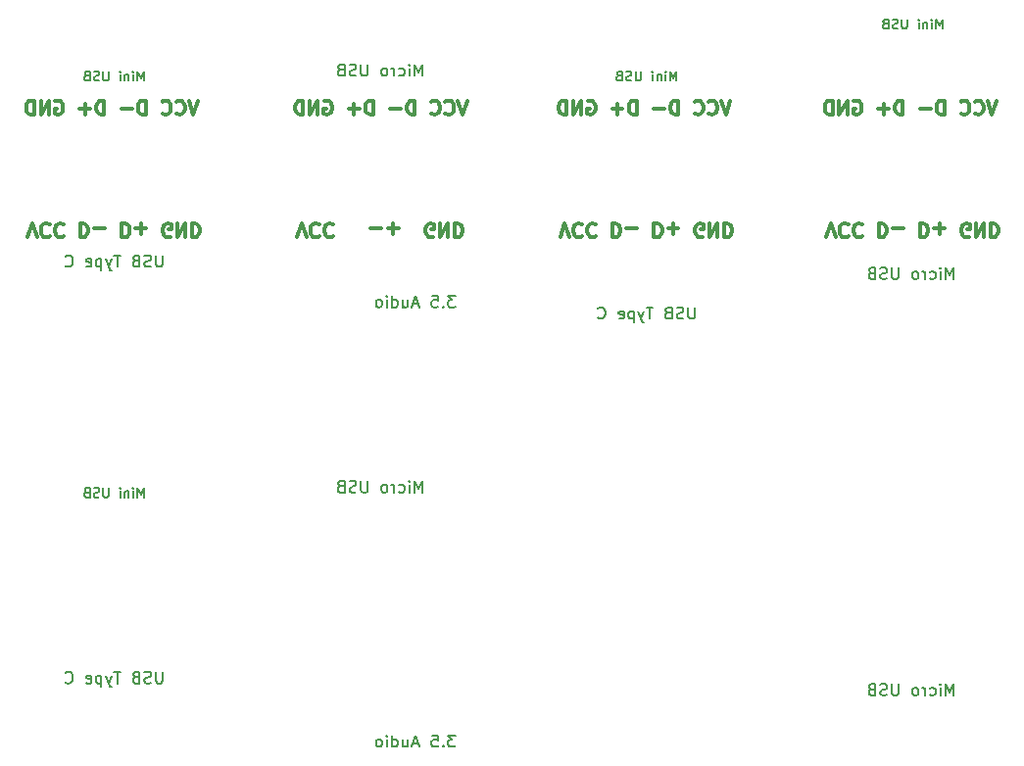
<source format=gbr>
G04 #@! TF.GenerationSoftware,KiCad,Pcbnew,(5.1.5)-3*
G04 #@! TF.CreationDate,2020-04-27T00:01:42+07:00*
G04 #@! TF.ProjectId,adapter,61646170-7465-4722-9e6b-696361645f70,rev?*
G04 #@! TF.SameCoordinates,Original*
G04 #@! TF.FileFunction,Legend,Bot*
G04 #@! TF.FilePolarity,Positive*
%FSLAX46Y46*%
G04 Gerber Fmt 4.6, Leading zero omitted, Abs format (unit mm)*
G04 Created by KiCad (PCBNEW (5.1.5)-3) date 2020-04-27 00:01:42*
%MOMM*%
%LPD*%
G04 APERTURE LIST*
%ADD10C,0.300000*%
%ADD11C,0.150000*%
%ADD12C,0.203200*%
G04 APERTURE END LIST*
D10*
X86514285Y-37407142D02*
X86914285Y-36207142D01*
X87314285Y-37407142D01*
X88400000Y-36321428D02*
X88342857Y-36264285D01*
X88171428Y-36207142D01*
X88057142Y-36207142D01*
X87885714Y-36264285D01*
X87771428Y-36378571D01*
X87714285Y-36492857D01*
X87657142Y-36721428D01*
X87657142Y-36892857D01*
X87714285Y-37121428D01*
X87771428Y-37235714D01*
X87885714Y-37350000D01*
X88057142Y-37407142D01*
X88171428Y-37407142D01*
X88342857Y-37350000D01*
X88400000Y-37292857D01*
X89600000Y-36321428D02*
X89542857Y-36264285D01*
X89371428Y-36207142D01*
X89257142Y-36207142D01*
X89085714Y-36264285D01*
X88971428Y-36378571D01*
X88914285Y-36492857D01*
X88857142Y-36721428D01*
X88857142Y-36892857D01*
X88914285Y-37121428D01*
X88971428Y-37235714D01*
X89085714Y-37350000D01*
X89257142Y-37407142D01*
X89371428Y-37407142D01*
X89542857Y-37350000D01*
X89600000Y-37292857D01*
X91028571Y-36207142D02*
X91028571Y-37407142D01*
X91314285Y-37407142D01*
X91485714Y-37350000D01*
X91600000Y-37235714D01*
X91657142Y-37121428D01*
X91714285Y-36892857D01*
X91714285Y-36721428D01*
X91657142Y-36492857D01*
X91600000Y-36378571D01*
X91485714Y-36264285D01*
X91314285Y-36207142D01*
X91028571Y-36207142D01*
X92228571Y-36664285D02*
X93142857Y-36664285D01*
X94628571Y-36207142D02*
X94628571Y-37407142D01*
X94914285Y-37407142D01*
X95085714Y-37350000D01*
X95200000Y-37235714D01*
X95257142Y-37121428D01*
X95314285Y-36892857D01*
X95314285Y-36721428D01*
X95257142Y-36492857D01*
X95200000Y-36378571D01*
X95085714Y-36264285D01*
X94914285Y-36207142D01*
X94628571Y-36207142D01*
X95828571Y-36664285D02*
X96742857Y-36664285D01*
X96285714Y-36207142D02*
X96285714Y-37121428D01*
X98857142Y-37350000D02*
X98742857Y-37407142D01*
X98571428Y-37407142D01*
X98400000Y-37350000D01*
X98285714Y-37235714D01*
X98228571Y-37121428D01*
X98171428Y-36892857D01*
X98171428Y-36721428D01*
X98228571Y-36492857D01*
X98285714Y-36378571D01*
X98400000Y-36264285D01*
X98571428Y-36207142D01*
X98685714Y-36207142D01*
X98857142Y-36264285D01*
X98914285Y-36321428D01*
X98914285Y-36721428D01*
X98685714Y-36721428D01*
X99428571Y-36207142D02*
X99428571Y-37407142D01*
X100114285Y-36207142D01*
X100114285Y-37407142D01*
X100685714Y-36207142D02*
X100685714Y-37407142D01*
X100971428Y-37407142D01*
X101142857Y-37350000D01*
X101257142Y-37235714D01*
X101314285Y-37121428D01*
X101371428Y-36892857D01*
X101371428Y-36721428D01*
X101314285Y-36492857D01*
X101257142Y-36378571D01*
X101142857Y-36264285D01*
X100971428Y-36207142D01*
X100685714Y-36207142D01*
X63514285Y-37407142D02*
X63914285Y-36207142D01*
X64314285Y-37407142D01*
X65400000Y-36321428D02*
X65342857Y-36264285D01*
X65171428Y-36207142D01*
X65057142Y-36207142D01*
X64885714Y-36264285D01*
X64771428Y-36378571D01*
X64714285Y-36492857D01*
X64657142Y-36721428D01*
X64657142Y-36892857D01*
X64714285Y-37121428D01*
X64771428Y-37235714D01*
X64885714Y-37350000D01*
X65057142Y-37407142D01*
X65171428Y-37407142D01*
X65342857Y-37350000D01*
X65400000Y-37292857D01*
X66600000Y-36321428D02*
X66542857Y-36264285D01*
X66371428Y-36207142D01*
X66257142Y-36207142D01*
X66085714Y-36264285D01*
X65971428Y-36378571D01*
X65914285Y-36492857D01*
X65857142Y-36721428D01*
X65857142Y-36892857D01*
X65914285Y-37121428D01*
X65971428Y-37235714D01*
X66085714Y-37350000D01*
X66257142Y-37407142D01*
X66371428Y-37407142D01*
X66542857Y-37350000D01*
X66600000Y-37292857D01*
X68028571Y-36207142D02*
X68028571Y-37407142D01*
X68314285Y-37407142D01*
X68485714Y-37350000D01*
X68600000Y-37235714D01*
X68657142Y-37121428D01*
X68714285Y-36892857D01*
X68714285Y-36721428D01*
X68657142Y-36492857D01*
X68600000Y-36378571D01*
X68485714Y-36264285D01*
X68314285Y-36207142D01*
X68028571Y-36207142D01*
X69228571Y-36664285D02*
X70142857Y-36664285D01*
X71628571Y-36207142D02*
X71628571Y-37407142D01*
X71914285Y-37407142D01*
X72085714Y-37350000D01*
X72200000Y-37235714D01*
X72257142Y-37121428D01*
X72314285Y-36892857D01*
X72314285Y-36721428D01*
X72257142Y-36492857D01*
X72200000Y-36378571D01*
X72085714Y-36264285D01*
X71914285Y-36207142D01*
X71628571Y-36207142D01*
X72828571Y-36664285D02*
X73742857Y-36664285D01*
X73285714Y-36207142D02*
X73285714Y-37121428D01*
X75857142Y-37350000D02*
X75742857Y-37407142D01*
X75571428Y-37407142D01*
X75400000Y-37350000D01*
X75285714Y-37235714D01*
X75228571Y-37121428D01*
X75171428Y-36892857D01*
X75171428Y-36721428D01*
X75228571Y-36492857D01*
X75285714Y-36378571D01*
X75400000Y-36264285D01*
X75571428Y-36207142D01*
X75685714Y-36207142D01*
X75857142Y-36264285D01*
X75914285Y-36321428D01*
X75914285Y-36721428D01*
X75685714Y-36721428D01*
X76428571Y-36207142D02*
X76428571Y-37407142D01*
X77114285Y-36207142D01*
X77114285Y-37407142D01*
X77685714Y-36207142D02*
X77685714Y-37407142D01*
X77971428Y-37407142D01*
X78142857Y-37350000D01*
X78257142Y-37235714D01*
X78314285Y-37121428D01*
X78371428Y-36892857D01*
X78371428Y-36721428D01*
X78314285Y-36492857D01*
X78257142Y-36378571D01*
X78142857Y-36264285D01*
X77971428Y-36207142D01*
X77685714Y-36207142D01*
X32235714Y-25592857D02*
X31835714Y-26792857D01*
X31435714Y-25592857D01*
X30350000Y-26678571D02*
X30407142Y-26735714D01*
X30578571Y-26792857D01*
X30692857Y-26792857D01*
X30864285Y-26735714D01*
X30978571Y-26621428D01*
X31035714Y-26507142D01*
X31092857Y-26278571D01*
X31092857Y-26107142D01*
X31035714Y-25878571D01*
X30978571Y-25764285D01*
X30864285Y-25650000D01*
X30692857Y-25592857D01*
X30578571Y-25592857D01*
X30407142Y-25650000D01*
X30350000Y-25707142D01*
X29150000Y-26678571D02*
X29207142Y-26735714D01*
X29378571Y-26792857D01*
X29492857Y-26792857D01*
X29664285Y-26735714D01*
X29778571Y-26621428D01*
X29835714Y-26507142D01*
X29892857Y-26278571D01*
X29892857Y-26107142D01*
X29835714Y-25878571D01*
X29778571Y-25764285D01*
X29664285Y-25650000D01*
X29492857Y-25592857D01*
X29378571Y-25592857D01*
X29207142Y-25650000D01*
X29150000Y-25707142D01*
X27721428Y-26792857D02*
X27721428Y-25592857D01*
X27435714Y-25592857D01*
X27264285Y-25650000D01*
X27150000Y-25764285D01*
X27092857Y-25878571D01*
X27035714Y-26107142D01*
X27035714Y-26278571D01*
X27092857Y-26507142D01*
X27150000Y-26621428D01*
X27264285Y-26735714D01*
X27435714Y-26792857D01*
X27721428Y-26792857D01*
X26521428Y-26335714D02*
X25607142Y-26335714D01*
X24121428Y-26792857D02*
X24121428Y-25592857D01*
X23835714Y-25592857D01*
X23664285Y-25650000D01*
X23550000Y-25764285D01*
X23492857Y-25878571D01*
X23435714Y-26107142D01*
X23435714Y-26278571D01*
X23492857Y-26507142D01*
X23550000Y-26621428D01*
X23664285Y-26735714D01*
X23835714Y-26792857D01*
X24121428Y-26792857D01*
X22921428Y-26335714D02*
X22007142Y-26335714D01*
X22464285Y-26792857D02*
X22464285Y-25878571D01*
X19892857Y-25650000D02*
X20007142Y-25592857D01*
X20178571Y-25592857D01*
X20350000Y-25650000D01*
X20464285Y-25764285D01*
X20521428Y-25878571D01*
X20578571Y-26107142D01*
X20578571Y-26278571D01*
X20521428Y-26507142D01*
X20464285Y-26621428D01*
X20350000Y-26735714D01*
X20178571Y-26792857D01*
X20064285Y-26792857D01*
X19892857Y-26735714D01*
X19835714Y-26678571D01*
X19835714Y-26278571D01*
X20064285Y-26278571D01*
X19321428Y-26792857D02*
X19321428Y-25592857D01*
X18635714Y-26792857D01*
X18635714Y-25592857D01*
X18064285Y-26792857D02*
X18064285Y-25592857D01*
X17778571Y-25592857D01*
X17607142Y-25650000D01*
X17492857Y-25764285D01*
X17435714Y-25878571D01*
X17378571Y-26107142D01*
X17378571Y-26278571D01*
X17435714Y-26507142D01*
X17492857Y-26621428D01*
X17607142Y-26735714D01*
X17778571Y-26792857D01*
X18064285Y-26792857D01*
X101235714Y-25592857D02*
X100835714Y-26792857D01*
X100435714Y-25592857D01*
X99350000Y-26678571D02*
X99407142Y-26735714D01*
X99578571Y-26792857D01*
X99692857Y-26792857D01*
X99864285Y-26735714D01*
X99978571Y-26621428D01*
X100035714Y-26507142D01*
X100092857Y-26278571D01*
X100092857Y-26107142D01*
X100035714Y-25878571D01*
X99978571Y-25764285D01*
X99864285Y-25650000D01*
X99692857Y-25592857D01*
X99578571Y-25592857D01*
X99407142Y-25650000D01*
X99350000Y-25707142D01*
X98150000Y-26678571D02*
X98207142Y-26735714D01*
X98378571Y-26792857D01*
X98492857Y-26792857D01*
X98664285Y-26735714D01*
X98778571Y-26621428D01*
X98835714Y-26507142D01*
X98892857Y-26278571D01*
X98892857Y-26107142D01*
X98835714Y-25878571D01*
X98778571Y-25764285D01*
X98664285Y-25650000D01*
X98492857Y-25592857D01*
X98378571Y-25592857D01*
X98207142Y-25650000D01*
X98150000Y-25707142D01*
X96721428Y-26792857D02*
X96721428Y-25592857D01*
X96435714Y-25592857D01*
X96264285Y-25650000D01*
X96150000Y-25764285D01*
X96092857Y-25878571D01*
X96035714Y-26107142D01*
X96035714Y-26278571D01*
X96092857Y-26507142D01*
X96150000Y-26621428D01*
X96264285Y-26735714D01*
X96435714Y-26792857D01*
X96721428Y-26792857D01*
X95521428Y-26335714D02*
X94607142Y-26335714D01*
X93121428Y-26792857D02*
X93121428Y-25592857D01*
X92835714Y-25592857D01*
X92664285Y-25650000D01*
X92550000Y-25764285D01*
X92492857Y-25878571D01*
X92435714Y-26107142D01*
X92435714Y-26278571D01*
X92492857Y-26507142D01*
X92550000Y-26621428D01*
X92664285Y-26735714D01*
X92835714Y-26792857D01*
X93121428Y-26792857D01*
X91921428Y-26335714D02*
X91007142Y-26335714D01*
X91464285Y-26792857D02*
X91464285Y-25878571D01*
X88892857Y-25650000D02*
X89007142Y-25592857D01*
X89178571Y-25592857D01*
X89350000Y-25650000D01*
X89464285Y-25764285D01*
X89521428Y-25878571D01*
X89578571Y-26107142D01*
X89578571Y-26278571D01*
X89521428Y-26507142D01*
X89464285Y-26621428D01*
X89350000Y-26735714D01*
X89178571Y-26792857D01*
X89064285Y-26792857D01*
X88892857Y-26735714D01*
X88835714Y-26678571D01*
X88835714Y-26278571D01*
X89064285Y-26278571D01*
X88321428Y-26792857D02*
X88321428Y-25592857D01*
X87635714Y-26792857D01*
X87635714Y-25592857D01*
X87064285Y-26792857D02*
X87064285Y-25592857D01*
X86778571Y-25592857D01*
X86607142Y-25650000D01*
X86492857Y-25764285D01*
X86435714Y-25878571D01*
X86378571Y-26107142D01*
X86378571Y-26278571D01*
X86435714Y-26507142D01*
X86492857Y-26621428D01*
X86607142Y-26735714D01*
X86778571Y-26792857D01*
X87064285Y-26792857D01*
X78235714Y-25592857D02*
X77835714Y-26792857D01*
X77435714Y-25592857D01*
X76350000Y-26678571D02*
X76407142Y-26735714D01*
X76578571Y-26792857D01*
X76692857Y-26792857D01*
X76864285Y-26735714D01*
X76978571Y-26621428D01*
X77035714Y-26507142D01*
X77092857Y-26278571D01*
X77092857Y-26107142D01*
X77035714Y-25878571D01*
X76978571Y-25764285D01*
X76864285Y-25650000D01*
X76692857Y-25592857D01*
X76578571Y-25592857D01*
X76407142Y-25650000D01*
X76350000Y-25707142D01*
X75150000Y-26678571D02*
X75207142Y-26735714D01*
X75378571Y-26792857D01*
X75492857Y-26792857D01*
X75664285Y-26735714D01*
X75778571Y-26621428D01*
X75835714Y-26507142D01*
X75892857Y-26278571D01*
X75892857Y-26107142D01*
X75835714Y-25878571D01*
X75778571Y-25764285D01*
X75664285Y-25650000D01*
X75492857Y-25592857D01*
X75378571Y-25592857D01*
X75207142Y-25650000D01*
X75150000Y-25707142D01*
X73721428Y-26792857D02*
X73721428Y-25592857D01*
X73435714Y-25592857D01*
X73264285Y-25650000D01*
X73150000Y-25764285D01*
X73092857Y-25878571D01*
X73035714Y-26107142D01*
X73035714Y-26278571D01*
X73092857Y-26507142D01*
X73150000Y-26621428D01*
X73264285Y-26735714D01*
X73435714Y-26792857D01*
X73721428Y-26792857D01*
X72521428Y-26335714D02*
X71607142Y-26335714D01*
X70121428Y-26792857D02*
X70121428Y-25592857D01*
X69835714Y-25592857D01*
X69664285Y-25650000D01*
X69550000Y-25764285D01*
X69492857Y-25878571D01*
X69435714Y-26107142D01*
X69435714Y-26278571D01*
X69492857Y-26507142D01*
X69550000Y-26621428D01*
X69664285Y-26735714D01*
X69835714Y-26792857D01*
X70121428Y-26792857D01*
X68921428Y-26335714D02*
X68007142Y-26335714D01*
X68464285Y-26792857D02*
X68464285Y-25878571D01*
X65892857Y-25650000D02*
X66007142Y-25592857D01*
X66178571Y-25592857D01*
X66350000Y-25650000D01*
X66464285Y-25764285D01*
X66521428Y-25878571D01*
X66578571Y-26107142D01*
X66578571Y-26278571D01*
X66521428Y-26507142D01*
X66464285Y-26621428D01*
X66350000Y-26735714D01*
X66178571Y-26792857D01*
X66064285Y-26792857D01*
X65892857Y-26735714D01*
X65835714Y-26678571D01*
X65835714Y-26278571D01*
X66064285Y-26278571D01*
X65321428Y-26792857D02*
X65321428Y-25592857D01*
X64635714Y-26792857D01*
X64635714Y-25592857D01*
X64064285Y-26792857D02*
X64064285Y-25592857D01*
X63778571Y-25592857D01*
X63607142Y-25650000D01*
X63492857Y-25764285D01*
X63435714Y-25878571D01*
X63378571Y-26107142D01*
X63378571Y-26278571D01*
X63435714Y-26507142D01*
X63492857Y-26621428D01*
X63607142Y-26735714D01*
X63778571Y-26792857D01*
X64064285Y-26792857D01*
X40800000Y-37407142D02*
X41200000Y-36207142D01*
X41600000Y-37407142D01*
X42685714Y-36321428D02*
X42628571Y-36264285D01*
X42457142Y-36207142D01*
X42342857Y-36207142D01*
X42171428Y-36264285D01*
X42057142Y-36378571D01*
X42000000Y-36492857D01*
X41942857Y-36721428D01*
X41942857Y-36892857D01*
X42000000Y-37121428D01*
X42057142Y-37235714D01*
X42171428Y-37350000D01*
X42342857Y-37407142D01*
X42457142Y-37407142D01*
X42628571Y-37350000D01*
X42685714Y-37292857D01*
X43885714Y-36321428D02*
X43828571Y-36264285D01*
X43657142Y-36207142D01*
X43542857Y-36207142D01*
X43371428Y-36264285D01*
X43257142Y-36378571D01*
X43200000Y-36492857D01*
X43142857Y-36721428D01*
X43142857Y-36892857D01*
X43200000Y-37121428D01*
X43257142Y-37235714D01*
X43371428Y-37350000D01*
X43542857Y-37407142D01*
X43657142Y-37407142D01*
X43828571Y-37350000D01*
X43885714Y-37292857D01*
X47142857Y-36664285D02*
X48057142Y-36664285D01*
X48628571Y-36664285D02*
X49542857Y-36664285D01*
X49085714Y-36207142D02*
X49085714Y-37121428D01*
X52571428Y-37350000D02*
X52457142Y-37407142D01*
X52285714Y-37407142D01*
X52114285Y-37350000D01*
X52000000Y-37235714D01*
X51942857Y-37121428D01*
X51885714Y-36892857D01*
X51885714Y-36721428D01*
X51942857Y-36492857D01*
X52000000Y-36378571D01*
X52114285Y-36264285D01*
X52285714Y-36207142D01*
X52400000Y-36207142D01*
X52571428Y-36264285D01*
X52628571Y-36321428D01*
X52628571Y-36721428D01*
X52400000Y-36721428D01*
X53142857Y-36207142D02*
X53142857Y-37407142D01*
X53828571Y-36207142D01*
X53828571Y-37407142D01*
X54400000Y-36207142D02*
X54400000Y-37407142D01*
X54685714Y-37407142D01*
X54857142Y-37350000D01*
X54971428Y-37235714D01*
X55028571Y-37121428D01*
X55085714Y-36892857D01*
X55085714Y-36721428D01*
X55028571Y-36492857D01*
X54971428Y-36378571D01*
X54857142Y-36264285D01*
X54685714Y-36207142D01*
X54400000Y-36207142D01*
X17514285Y-37407142D02*
X17914285Y-36207142D01*
X18314285Y-37407142D01*
X19400000Y-36321428D02*
X19342857Y-36264285D01*
X19171428Y-36207142D01*
X19057142Y-36207142D01*
X18885714Y-36264285D01*
X18771428Y-36378571D01*
X18714285Y-36492857D01*
X18657142Y-36721428D01*
X18657142Y-36892857D01*
X18714285Y-37121428D01*
X18771428Y-37235714D01*
X18885714Y-37350000D01*
X19057142Y-37407142D01*
X19171428Y-37407142D01*
X19342857Y-37350000D01*
X19400000Y-37292857D01*
X20600000Y-36321428D02*
X20542857Y-36264285D01*
X20371428Y-36207142D01*
X20257142Y-36207142D01*
X20085714Y-36264285D01*
X19971428Y-36378571D01*
X19914285Y-36492857D01*
X19857142Y-36721428D01*
X19857142Y-36892857D01*
X19914285Y-37121428D01*
X19971428Y-37235714D01*
X20085714Y-37350000D01*
X20257142Y-37407142D01*
X20371428Y-37407142D01*
X20542857Y-37350000D01*
X20600000Y-37292857D01*
X22028571Y-36207142D02*
X22028571Y-37407142D01*
X22314285Y-37407142D01*
X22485714Y-37350000D01*
X22600000Y-37235714D01*
X22657142Y-37121428D01*
X22714285Y-36892857D01*
X22714285Y-36721428D01*
X22657142Y-36492857D01*
X22600000Y-36378571D01*
X22485714Y-36264285D01*
X22314285Y-36207142D01*
X22028571Y-36207142D01*
X23228571Y-36664285D02*
X24142857Y-36664285D01*
X25628571Y-36207142D02*
X25628571Y-37407142D01*
X25914285Y-37407142D01*
X26085714Y-37350000D01*
X26200000Y-37235714D01*
X26257142Y-37121428D01*
X26314285Y-36892857D01*
X26314285Y-36721428D01*
X26257142Y-36492857D01*
X26200000Y-36378571D01*
X26085714Y-36264285D01*
X25914285Y-36207142D01*
X25628571Y-36207142D01*
X26828571Y-36664285D02*
X27742857Y-36664285D01*
X27285714Y-36207142D02*
X27285714Y-37121428D01*
X29857142Y-37350000D02*
X29742857Y-37407142D01*
X29571428Y-37407142D01*
X29400000Y-37350000D01*
X29285714Y-37235714D01*
X29228571Y-37121428D01*
X29171428Y-36892857D01*
X29171428Y-36721428D01*
X29228571Y-36492857D01*
X29285714Y-36378571D01*
X29400000Y-36264285D01*
X29571428Y-36207142D01*
X29685714Y-36207142D01*
X29857142Y-36264285D01*
X29914285Y-36321428D01*
X29914285Y-36721428D01*
X29685714Y-36721428D01*
X30428571Y-36207142D02*
X30428571Y-37407142D01*
X31114285Y-36207142D01*
X31114285Y-37407142D01*
X31685714Y-36207142D02*
X31685714Y-37407142D01*
X31971428Y-37407142D01*
X32142857Y-37350000D01*
X32257142Y-37235714D01*
X32314285Y-37121428D01*
X32371428Y-36892857D01*
X32371428Y-36721428D01*
X32314285Y-36492857D01*
X32257142Y-36378571D01*
X32142857Y-36264285D01*
X31971428Y-36207142D01*
X31685714Y-36207142D01*
X55485714Y-25592857D02*
X55085714Y-26792857D01*
X54685714Y-25592857D01*
X53600000Y-26678571D02*
X53657142Y-26735714D01*
X53828571Y-26792857D01*
X53942857Y-26792857D01*
X54114285Y-26735714D01*
X54228571Y-26621428D01*
X54285714Y-26507142D01*
X54342857Y-26278571D01*
X54342857Y-26107142D01*
X54285714Y-25878571D01*
X54228571Y-25764285D01*
X54114285Y-25650000D01*
X53942857Y-25592857D01*
X53828571Y-25592857D01*
X53657142Y-25650000D01*
X53600000Y-25707142D01*
X52400000Y-26678571D02*
X52457142Y-26735714D01*
X52628571Y-26792857D01*
X52742857Y-26792857D01*
X52914285Y-26735714D01*
X53028571Y-26621428D01*
X53085714Y-26507142D01*
X53142857Y-26278571D01*
X53142857Y-26107142D01*
X53085714Y-25878571D01*
X53028571Y-25764285D01*
X52914285Y-25650000D01*
X52742857Y-25592857D01*
X52628571Y-25592857D01*
X52457142Y-25650000D01*
X52400000Y-25707142D01*
X50971428Y-26792857D02*
X50971428Y-25592857D01*
X50685714Y-25592857D01*
X50514285Y-25650000D01*
X50400000Y-25764285D01*
X50342857Y-25878571D01*
X50285714Y-26107142D01*
X50285714Y-26278571D01*
X50342857Y-26507142D01*
X50400000Y-26621428D01*
X50514285Y-26735714D01*
X50685714Y-26792857D01*
X50971428Y-26792857D01*
X49771428Y-26335714D02*
X48857142Y-26335714D01*
X47371428Y-26792857D02*
X47371428Y-25592857D01*
X47085714Y-25592857D01*
X46914285Y-25650000D01*
X46800000Y-25764285D01*
X46742857Y-25878571D01*
X46685714Y-26107142D01*
X46685714Y-26278571D01*
X46742857Y-26507142D01*
X46800000Y-26621428D01*
X46914285Y-26735714D01*
X47085714Y-26792857D01*
X47371428Y-26792857D01*
X46171428Y-26335714D02*
X45257142Y-26335714D01*
X45714285Y-26792857D02*
X45714285Y-25878571D01*
X43142857Y-25650000D02*
X43257142Y-25592857D01*
X43428571Y-25592857D01*
X43600000Y-25650000D01*
X43714285Y-25764285D01*
X43771428Y-25878571D01*
X43828571Y-26107142D01*
X43828571Y-26278571D01*
X43771428Y-26507142D01*
X43714285Y-26621428D01*
X43600000Y-26735714D01*
X43428571Y-26792857D01*
X43314285Y-26792857D01*
X43142857Y-26735714D01*
X43085714Y-26678571D01*
X43085714Y-26278571D01*
X43314285Y-26278571D01*
X42571428Y-26792857D02*
X42571428Y-25592857D01*
X41885714Y-26792857D01*
X41885714Y-25592857D01*
X41314285Y-26792857D02*
X41314285Y-25592857D01*
X41028571Y-25592857D01*
X40857142Y-25650000D01*
X40742857Y-25764285D01*
X40685714Y-25878571D01*
X40628571Y-26107142D01*
X40628571Y-26278571D01*
X40685714Y-26507142D01*
X40742857Y-26621428D01*
X40857142Y-26735714D01*
X41028571Y-26792857D01*
X41314285Y-26792857D01*
D11*
X97512857Y-77012380D02*
X97512857Y-76012380D01*
X97179523Y-76726666D01*
X96846190Y-76012380D01*
X96846190Y-77012380D01*
X96370000Y-77012380D02*
X96370000Y-76345714D01*
X96370000Y-76012380D02*
X96417619Y-76060000D01*
X96370000Y-76107619D01*
X96322380Y-76060000D01*
X96370000Y-76012380D01*
X96370000Y-76107619D01*
X95465238Y-76964761D02*
X95560476Y-77012380D01*
X95750952Y-77012380D01*
X95846190Y-76964761D01*
X95893809Y-76917142D01*
X95941428Y-76821904D01*
X95941428Y-76536190D01*
X95893809Y-76440952D01*
X95846190Y-76393333D01*
X95750952Y-76345714D01*
X95560476Y-76345714D01*
X95465238Y-76393333D01*
X95036666Y-77012380D02*
X95036666Y-76345714D01*
X95036666Y-76536190D02*
X94989047Y-76440952D01*
X94941428Y-76393333D01*
X94846190Y-76345714D01*
X94750952Y-76345714D01*
X94274761Y-77012380D02*
X94370000Y-76964761D01*
X94417619Y-76917142D01*
X94465238Y-76821904D01*
X94465238Y-76536190D01*
X94417619Y-76440952D01*
X94370000Y-76393333D01*
X94274761Y-76345714D01*
X94131904Y-76345714D01*
X94036666Y-76393333D01*
X93989047Y-76440952D01*
X93941428Y-76536190D01*
X93941428Y-76821904D01*
X93989047Y-76917142D01*
X94036666Y-76964761D01*
X94131904Y-77012380D01*
X94274761Y-77012380D01*
X92750952Y-76012380D02*
X92750952Y-76821904D01*
X92703333Y-76917142D01*
X92655714Y-76964761D01*
X92560476Y-77012380D01*
X92370000Y-77012380D01*
X92274761Y-76964761D01*
X92227142Y-76917142D01*
X92179523Y-76821904D01*
X92179523Y-76012380D01*
X91750952Y-76964761D02*
X91608095Y-77012380D01*
X91370000Y-77012380D01*
X91274761Y-76964761D01*
X91227142Y-76917142D01*
X91179523Y-76821904D01*
X91179523Y-76726666D01*
X91227142Y-76631428D01*
X91274761Y-76583809D01*
X91370000Y-76536190D01*
X91560476Y-76488571D01*
X91655714Y-76440952D01*
X91703333Y-76393333D01*
X91750952Y-76298095D01*
X91750952Y-76202857D01*
X91703333Y-76107619D01*
X91655714Y-76060000D01*
X91560476Y-76012380D01*
X91322380Y-76012380D01*
X91179523Y-76060000D01*
X90417619Y-76488571D02*
X90274761Y-76536190D01*
X90227142Y-76583809D01*
X90179523Y-76679047D01*
X90179523Y-76821904D01*
X90227142Y-76917142D01*
X90274761Y-76964761D01*
X90370000Y-77012380D01*
X90750952Y-77012380D01*
X90750952Y-76012380D01*
X90417619Y-76012380D01*
X90322380Y-76060000D01*
X90274761Y-76107619D01*
X90227142Y-76202857D01*
X90227142Y-76298095D01*
X90274761Y-76393333D01*
X90322380Y-76440952D01*
X90417619Y-76488571D01*
X90750952Y-76488571D01*
X54452380Y-80452380D02*
X53833333Y-80452380D01*
X54166666Y-80833333D01*
X54023809Y-80833333D01*
X53928571Y-80880952D01*
X53880952Y-80928571D01*
X53833333Y-81023809D01*
X53833333Y-81261904D01*
X53880952Y-81357142D01*
X53928571Y-81404761D01*
X54023809Y-81452380D01*
X54309523Y-81452380D01*
X54404761Y-81404761D01*
X54452380Y-81357142D01*
X53404761Y-81357142D02*
X53357142Y-81404761D01*
X53404761Y-81452380D01*
X53452380Y-81404761D01*
X53404761Y-81357142D01*
X53404761Y-81452380D01*
X52452380Y-80452380D02*
X52928571Y-80452380D01*
X52976190Y-80928571D01*
X52928571Y-80880952D01*
X52833333Y-80833333D01*
X52595238Y-80833333D01*
X52500000Y-80880952D01*
X52452380Y-80928571D01*
X52404761Y-81023809D01*
X52404761Y-81261904D01*
X52452380Y-81357142D01*
X52500000Y-81404761D01*
X52595238Y-81452380D01*
X52833333Y-81452380D01*
X52928571Y-81404761D01*
X52976190Y-81357142D01*
X51261904Y-81166666D02*
X50785714Y-81166666D01*
X51357142Y-81452380D02*
X51023809Y-80452380D01*
X50690476Y-81452380D01*
X49928571Y-80785714D02*
X49928571Y-81452380D01*
X50357142Y-80785714D02*
X50357142Y-81309523D01*
X50309523Y-81404761D01*
X50214285Y-81452380D01*
X50071428Y-81452380D01*
X49976190Y-81404761D01*
X49928571Y-81357142D01*
X49023809Y-81452380D02*
X49023809Y-80452380D01*
X49023809Y-81404761D02*
X49119047Y-81452380D01*
X49309523Y-81452380D01*
X49404761Y-81404761D01*
X49452380Y-81357142D01*
X49500000Y-81261904D01*
X49500000Y-80976190D01*
X49452380Y-80880952D01*
X49404761Y-80833333D01*
X49309523Y-80785714D01*
X49119047Y-80785714D01*
X49023809Y-80833333D01*
X48547619Y-81452380D02*
X48547619Y-80785714D01*
X48547619Y-80452380D02*
X48595238Y-80500000D01*
X48547619Y-80547619D01*
X48500000Y-80500000D01*
X48547619Y-80452380D01*
X48547619Y-80547619D01*
X47928571Y-81452380D02*
X48023809Y-81404761D01*
X48071428Y-81357142D01*
X48119047Y-81261904D01*
X48119047Y-80976190D01*
X48071428Y-80880952D01*
X48023809Y-80833333D01*
X47928571Y-80785714D01*
X47785714Y-80785714D01*
X47690476Y-80833333D01*
X47642857Y-80880952D01*
X47595238Y-80976190D01*
X47595238Y-81261904D01*
X47642857Y-81357142D01*
X47690476Y-81404761D01*
X47785714Y-81452380D01*
X47928571Y-81452380D01*
D12*
X27554514Y-59867695D02*
X27554514Y-59054895D01*
X27283580Y-59635466D01*
X27012647Y-59054895D01*
X27012647Y-59867695D01*
X26625600Y-59867695D02*
X26625600Y-59325828D01*
X26625600Y-59054895D02*
X26664304Y-59093600D01*
X26625600Y-59132304D01*
X26586895Y-59093600D01*
X26625600Y-59054895D01*
X26625600Y-59132304D01*
X26238552Y-59325828D02*
X26238552Y-59867695D01*
X26238552Y-59403238D02*
X26199847Y-59364533D01*
X26122438Y-59325828D01*
X26006323Y-59325828D01*
X25928914Y-59364533D01*
X25890209Y-59441942D01*
X25890209Y-59867695D01*
X25503161Y-59867695D02*
X25503161Y-59325828D01*
X25503161Y-59054895D02*
X25541866Y-59093600D01*
X25503161Y-59132304D01*
X25464457Y-59093600D01*
X25503161Y-59054895D01*
X25503161Y-59132304D01*
X24496838Y-59054895D02*
X24496838Y-59712876D01*
X24458133Y-59790285D01*
X24419428Y-59828990D01*
X24342019Y-59867695D01*
X24187200Y-59867695D01*
X24109790Y-59828990D01*
X24071085Y-59790285D01*
X24032380Y-59712876D01*
X24032380Y-59054895D01*
X23684038Y-59828990D02*
X23567923Y-59867695D01*
X23374400Y-59867695D01*
X23296990Y-59828990D01*
X23258285Y-59790285D01*
X23219580Y-59712876D01*
X23219580Y-59635466D01*
X23258285Y-59558057D01*
X23296990Y-59519352D01*
X23374400Y-59480647D01*
X23529219Y-59441942D01*
X23606628Y-59403238D01*
X23645333Y-59364533D01*
X23684038Y-59287123D01*
X23684038Y-59209714D01*
X23645333Y-59132304D01*
X23606628Y-59093600D01*
X23529219Y-59054895D01*
X23335695Y-59054895D01*
X23219580Y-59093600D01*
X22600304Y-59441942D02*
X22484190Y-59480647D01*
X22445485Y-59519352D01*
X22406780Y-59596761D01*
X22406780Y-59712876D01*
X22445485Y-59790285D01*
X22484190Y-59828990D01*
X22561600Y-59867695D01*
X22871238Y-59867695D01*
X22871238Y-59054895D01*
X22600304Y-59054895D01*
X22522895Y-59093600D01*
X22484190Y-59132304D01*
X22445485Y-59209714D01*
X22445485Y-59287123D01*
X22484190Y-59364533D01*
X22522895Y-59403238D01*
X22600304Y-59441942D01*
X22871238Y-59441942D01*
D11*
X51642857Y-59452380D02*
X51642857Y-58452380D01*
X51309523Y-59166666D01*
X50976190Y-58452380D01*
X50976190Y-59452380D01*
X50500000Y-59452380D02*
X50500000Y-58785714D01*
X50500000Y-58452380D02*
X50547619Y-58500000D01*
X50500000Y-58547619D01*
X50452380Y-58500000D01*
X50500000Y-58452380D01*
X50500000Y-58547619D01*
X49595238Y-59404761D02*
X49690476Y-59452380D01*
X49880952Y-59452380D01*
X49976190Y-59404761D01*
X50023809Y-59357142D01*
X50071428Y-59261904D01*
X50071428Y-58976190D01*
X50023809Y-58880952D01*
X49976190Y-58833333D01*
X49880952Y-58785714D01*
X49690476Y-58785714D01*
X49595238Y-58833333D01*
X49166666Y-59452380D02*
X49166666Y-58785714D01*
X49166666Y-58976190D02*
X49119047Y-58880952D01*
X49071428Y-58833333D01*
X48976190Y-58785714D01*
X48880952Y-58785714D01*
X48404761Y-59452380D02*
X48500000Y-59404761D01*
X48547619Y-59357142D01*
X48595238Y-59261904D01*
X48595238Y-58976190D01*
X48547619Y-58880952D01*
X48500000Y-58833333D01*
X48404761Y-58785714D01*
X48261904Y-58785714D01*
X48166666Y-58833333D01*
X48119047Y-58880952D01*
X48071428Y-58976190D01*
X48071428Y-59261904D01*
X48119047Y-59357142D01*
X48166666Y-59404761D01*
X48261904Y-59452380D01*
X48404761Y-59452380D01*
X46880952Y-58452380D02*
X46880952Y-59261904D01*
X46833333Y-59357142D01*
X46785714Y-59404761D01*
X46690476Y-59452380D01*
X46500000Y-59452380D01*
X46404761Y-59404761D01*
X46357142Y-59357142D01*
X46309523Y-59261904D01*
X46309523Y-58452380D01*
X45880952Y-59404761D02*
X45738095Y-59452380D01*
X45500000Y-59452380D01*
X45404761Y-59404761D01*
X45357142Y-59357142D01*
X45309523Y-59261904D01*
X45309523Y-59166666D01*
X45357142Y-59071428D01*
X45404761Y-59023809D01*
X45500000Y-58976190D01*
X45690476Y-58928571D01*
X45785714Y-58880952D01*
X45833333Y-58833333D01*
X45880952Y-58738095D01*
X45880952Y-58642857D01*
X45833333Y-58547619D01*
X45785714Y-58500000D01*
X45690476Y-58452380D01*
X45452380Y-58452380D01*
X45309523Y-58500000D01*
X44547619Y-58928571D02*
X44404761Y-58976190D01*
X44357142Y-59023809D01*
X44309523Y-59119047D01*
X44309523Y-59261904D01*
X44357142Y-59357142D01*
X44404761Y-59404761D01*
X44500000Y-59452380D01*
X44880952Y-59452380D01*
X44880952Y-58452380D01*
X44547619Y-58452380D01*
X44452380Y-58500000D01*
X44404761Y-58547619D01*
X44357142Y-58642857D01*
X44357142Y-58738095D01*
X44404761Y-58833333D01*
X44452380Y-58880952D01*
X44547619Y-58928571D01*
X44880952Y-58928571D01*
X29166666Y-74952380D02*
X29166666Y-75761904D01*
X29119047Y-75857142D01*
X29071428Y-75904761D01*
X28976190Y-75952380D01*
X28785714Y-75952380D01*
X28690476Y-75904761D01*
X28642857Y-75857142D01*
X28595238Y-75761904D01*
X28595238Y-74952380D01*
X28166666Y-75904761D02*
X28023809Y-75952380D01*
X27785714Y-75952380D01*
X27690476Y-75904761D01*
X27642857Y-75857142D01*
X27595238Y-75761904D01*
X27595238Y-75666666D01*
X27642857Y-75571428D01*
X27690476Y-75523809D01*
X27785714Y-75476190D01*
X27976190Y-75428571D01*
X28071428Y-75380952D01*
X28119047Y-75333333D01*
X28166666Y-75238095D01*
X28166666Y-75142857D01*
X28119047Y-75047619D01*
X28071428Y-75000000D01*
X27976190Y-74952380D01*
X27738095Y-74952380D01*
X27595238Y-75000000D01*
X26833333Y-75428571D02*
X26690476Y-75476190D01*
X26642857Y-75523809D01*
X26595238Y-75619047D01*
X26595238Y-75761904D01*
X26642857Y-75857142D01*
X26690476Y-75904761D01*
X26785714Y-75952380D01*
X27166666Y-75952380D01*
X27166666Y-74952380D01*
X26833333Y-74952380D01*
X26738095Y-75000000D01*
X26690476Y-75047619D01*
X26642857Y-75142857D01*
X26642857Y-75238095D01*
X26690476Y-75333333D01*
X26738095Y-75380952D01*
X26833333Y-75428571D01*
X27166666Y-75428571D01*
X25547619Y-74952380D02*
X24976190Y-74952380D01*
X25261904Y-75952380D02*
X25261904Y-74952380D01*
X24738095Y-75285714D02*
X24500000Y-75952380D01*
X24261904Y-75285714D02*
X24500000Y-75952380D01*
X24595238Y-76190476D01*
X24642857Y-76238095D01*
X24738095Y-76285714D01*
X23880952Y-75285714D02*
X23880952Y-76285714D01*
X23880952Y-75333333D02*
X23785714Y-75285714D01*
X23595238Y-75285714D01*
X23500000Y-75333333D01*
X23452380Y-75380952D01*
X23404761Y-75476190D01*
X23404761Y-75761904D01*
X23452380Y-75857142D01*
X23500000Y-75904761D01*
X23595238Y-75952380D01*
X23785714Y-75952380D01*
X23880952Y-75904761D01*
X22595238Y-75904761D02*
X22690476Y-75952380D01*
X22880952Y-75952380D01*
X22976190Y-75904761D01*
X23023809Y-75809523D01*
X23023809Y-75428571D01*
X22976190Y-75333333D01*
X22880952Y-75285714D01*
X22690476Y-75285714D01*
X22595238Y-75333333D01*
X22547619Y-75428571D01*
X22547619Y-75523809D01*
X23023809Y-75619047D01*
X20785714Y-75857142D02*
X20833333Y-75904761D01*
X20976190Y-75952380D01*
X21071428Y-75952380D01*
X21214285Y-75904761D01*
X21309523Y-75809523D01*
X21357142Y-75714285D01*
X21404761Y-75523809D01*
X21404761Y-75380952D01*
X21357142Y-75190476D01*
X21309523Y-75095238D01*
X21214285Y-75000000D01*
X21071428Y-74952380D01*
X20976190Y-74952380D01*
X20833333Y-75000000D01*
X20785714Y-75047619D01*
X97512857Y-41012380D02*
X97512857Y-40012380D01*
X97179523Y-40726666D01*
X96846190Y-40012380D01*
X96846190Y-41012380D01*
X96370000Y-41012380D02*
X96370000Y-40345714D01*
X96370000Y-40012380D02*
X96417619Y-40060000D01*
X96370000Y-40107619D01*
X96322380Y-40060000D01*
X96370000Y-40012380D01*
X96370000Y-40107619D01*
X95465238Y-40964761D02*
X95560476Y-41012380D01*
X95750952Y-41012380D01*
X95846190Y-40964761D01*
X95893809Y-40917142D01*
X95941428Y-40821904D01*
X95941428Y-40536190D01*
X95893809Y-40440952D01*
X95846190Y-40393333D01*
X95750952Y-40345714D01*
X95560476Y-40345714D01*
X95465238Y-40393333D01*
X95036666Y-41012380D02*
X95036666Y-40345714D01*
X95036666Y-40536190D02*
X94989047Y-40440952D01*
X94941428Y-40393333D01*
X94846190Y-40345714D01*
X94750952Y-40345714D01*
X94274761Y-41012380D02*
X94370000Y-40964761D01*
X94417619Y-40917142D01*
X94465238Y-40821904D01*
X94465238Y-40536190D01*
X94417619Y-40440952D01*
X94370000Y-40393333D01*
X94274761Y-40345714D01*
X94131904Y-40345714D01*
X94036666Y-40393333D01*
X93989047Y-40440952D01*
X93941428Y-40536190D01*
X93941428Y-40821904D01*
X93989047Y-40917142D01*
X94036666Y-40964761D01*
X94131904Y-41012380D01*
X94274761Y-41012380D01*
X92750952Y-40012380D02*
X92750952Y-40821904D01*
X92703333Y-40917142D01*
X92655714Y-40964761D01*
X92560476Y-41012380D01*
X92370000Y-41012380D01*
X92274761Y-40964761D01*
X92227142Y-40917142D01*
X92179523Y-40821904D01*
X92179523Y-40012380D01*
X91750952Y-40964761D02*
X91608095Y-41012380D01*
X91370000Y-41012380D01*
X91274761Y-40964761D01*
X91227142Y-40917142D01*
X91179523Y-40821904D01*
X91179523Y-40726666D01*
X91227142Y-40631428D01*
X91274761Y-40583809D01*
X91370000Y-40536190D01*
X91560476Y-40488571D01*
X91655714Y-40440952D01*
X91703333Y-40393333D01*
X91750952Y-40298095D01*
X91750952Y-40202857D01*
X91703333Y-40107619D01*
X91655714Y-40060000D01*
X91560476Y-40012380D01*
X91322380Y-40012380D01*
X91179523Y-40060000D01*
X90417619Y-40488571D02*
X90274761Y-40536190D01*
X90227142Y-40583809D01*
X90179523Y-40679047D01*
X90179523Y-40821904D01*
X90227142Y-40917142D01*
X90274761Y-40964761D01*
X90370000Y-41012380D01*
X90750952Y-41012380D01*
X90750952Y-40012380D01*
X90417619Y-40012380D01*
X90322380Y-40060000D01*
X90274761Y-40107619D01*
X90227142Y-40202857D01*
X90227142Y-40298095D01*
X90274761Y-40393333D01*
X90322380Y-40440952D01*
X90417619Y-40488571D01*
X90750952Y-40488571D01*
X75166666Y-43452380D02*
X75166666Y-44261904D01*
X75119047Y-44357142D01*
X75071428Y-44404761D01*
X74976190Y-44452380D01*
X74785714Y-44452380D01*
X74690476Y-44404761D01*
X74642857Y-44357142D01*
X74595238Y-44261904D01*
X74595238Y-43452380D01*
X74166666Y-44404761D02*
X74023809Y-44452380D01*
X73785714Y-44452380D01*
X73690476Y-44404761D01*
X73642857Y-44357142D01*
X73595238Y-44261904D01*
X73595238Y-44166666D01*
X73642857Y-44071428D01*
X73690476Y-44023809D01*
X73785714Y-43976190D01*
X73976190Y-43928571D01*
X74071428Y-43880952D01*
X74119047Y-43833333D01*
X74166666Y-43738095D01*
X74166666Y-43642857D01*
X74119047Y-43547619D01*
X74071428Y-43500000D01*
X73976190Y-43452380D01*
X73738095Y-43452380D01*
X73595238Y-43500000D01*
X72833333Y-43928571D02*
X72690476Y-43976190D01*
X72642857Y-44023809D01*
X72595238Y-44119047D01*
X72595238Y-44261904D01*
X72642857Y-44357142D01*
X72690476Y-44404761D01*
X72785714Y-44452380D01*
X73166666Y-44452380D01*
X73166666Y-43452380D01*
X72833333Y-43452380D01*
X72738095Y-43500000D01*
X72690476Y-43547619D01*
X72642857Y-43642857D01*
X72642857Y-43738095D01*
X72690476Y-43833333D01*
X72738095Y-43880952D01*
X72833333Y-43928571D01*
X73166666Y-43928571D01*
X71547619Y-43452380D02*
X70976190Y-43452380D01*
X71261904Y-44452380D02*
X71261904Y-43452380D01*
X70738095Y-43785714D02*
X70500000Y-44452380D01*
X70261904Y-43785714D02*
X70500000Y-44452380D01*
X70595238Y-44690476D01*
X70642857Y-44738095D01*
X70738095Y-44785714D01*
X69880952Y-43785714D02*
X69880952Y-44785714D01*
X69880952Y-43833333D02*
X69785714Y-43785714D01*
X69595238Y-43785714D01*
X69500000Y-43833333D01*
X69452380Y-43880952D01*
X69404761Y-43976190D01*
X69404761Y-44261904D01*
X69452380Y-44357142D01*
X69500000Y-44404761D01*
X69595238Y-44452380D01*
X69785714Y-44452380D01*
X69880952Y-44404761D01*
X68595238Y-44404761D02*
X68690476Y-44452380D01*
X68880952Y-44452380D01*
X68976190Y-44404761D01*
X69023809Y-44309523D01*
X69023809Y-43928571D01*
X68976190Y-43833333D01*
X68880952Y-43785714D01*
X68690476Y-43785714D01*
X68595238Y-43833333D01*
X68547619Y-43928571D01*
X68547619Y-44023809D01*
X69023809Y-44119047D01*
X66785714Y-44357142D02*
X66833333Y-44404761D01*
X66976190Y-44452380D01*
X67071428Y-44452380D01*
X67214285Y-44404761D01*
X67309523Y-44309523D01*
X67357142Y-44214285D01*
X67404761Y-44023809D01*
X67404761Y-43880952D01*
X67357142Y-43690476D01*
X67309523Y-43595238D01*
X67214285Y-43500000D01*
X67071428Y-43452380D01*
X66976190Y-43452380D01*
X66833333Y-43500000D01*
X66785714Y-43547619D01*
D12*
X96554514Y-19367695D02*
X96554514Y-18554895D01*
X96283580Y-19135466D01*
X96012647Y-18554895D01*
X96012647Y-19367695D01*
X95625600Y-19367695D02*
X95625600Y-18825828D01*
X95625600Y-18554895D02*
X95664304Y-18593600D01*
X95625600Y-18632304D01*
X95586895Y-18593600D01*
X95625600Y-18554895D01*
X95625600Y-18632304D01*
X95238552Y-18825828D02*
X95238552Y-19367695D01*
X95238552Y-18903238D02*
X95199847Y-18864533D01*
X95122438Y-18825828D01*
X95006323Y-18825828D01*
X94928914Y-18864533D01*
X94890209Y-18941942D01*
X94890209Y-19367695D01*
X94503161Y-19367695D02*
X94503161Y-18825828D01*
X94503161Y-18554895D02*
X94541866Y-18593600D01*
X94503161Y-18632304D01*
X94464457Y-18593600D01*
X94503161Y-18554895D01*
X94503161Y-18632304D01*
X93496838Y-18554895D02*
X93496838Y-19212876D01*
X93458133Y-19290285D01*
X93419428Y-19328990D01*
X93342019Y-19367695D01*
X93187200Y-19367695D01*
X93109790Y-19328990D01*
X93071085Y-19290285D01*
X93032380Y-19212876D01*
X93032380Y-18554895D01*
X92684038Y-19328990D02*
X92567923Y-19367695D01*
X92374400Y-19367695D01*
X92296990Y-19328990D01*
X92258285Y-19290285D01*
X92219580Y-19212876D01*
X92219580Y-19135466D01*
X92258285Y-19058057D01*
X92296990Y-19019352D01*
X92374400Y-18980647D01*
X92529219Y-18941942D01*
X92606628Y-18903238D01*
X92645333Y-18864533D01*
X92684038Y-18787123D01*
X92684038Y-18709714D01*
X92645333Y-18632304D01*
X92606628Y-18593600D01*
X92529219Y-18554895D01*
X92335695Y-18554895D01*
X92219580Y-18593600D01*
X91600304Y-18941942D02*
X91484190Y-18980647D01*
X91445485Y-19019352D01*
X91406780Y-19096761D01*
X91406780Y-19212876D01*
X91445485Y-19290285D01*
X91484190Y-19328990D01*
X91561600Y-19367695D01*
X91871238Y-19367695D01*
X91871238Y-18554895D01*
X91600304Y-18554895D01*
X91522895Y-18593600D01*
X91484190Y-18632304D01*
X91445485Y-18709714D01*
X91445485Y-18787123D01*
X91484190Y-18864533D01*
X91522895Y-18903238D01*
X91600304Y-18941942D01*
X91871238Y-18941942D01*
X73554514Y-23867695D02*
X73554514Y-23054895D01*
X73283580Y-23635466D01*
X73012647Y-23054895D01*
X73012647Y-23867695D01*
X72625600Y-23867695D02*
X72625600Y-23325828D01*
X72625600Y-23054895D02*
X72664304Y-23093600D01*
X72625600Y-23132304D01*
X72586895Y-23093600D01*
X72625600Y-23054895D01*
X72625600Y-23132304D01*
X72238552Y-23325828D02*
X72238552Y-23867695D01*
X72238552Y-23403238D02*
X72199847Y-23364533D01*
X72122438Y-23325828D01*
X72006323Y-23325828D01*
X71928914Y-23364533D01*
X71890209Y-23441942D01*
X71890209Y-23867695D01*
X71503161Y-23867695D02*
X71503161Y-23325828D01*
X71503161Y-23054895D02*
X71541866Y-23093600D01*
X71503161Y-23132304D01*
X71464457Y-23093600D01*
X71503161Y-23054895D01*
X71503161Y-23132304D01*
X70496838Y-23054895D02*
X70496838Y-23712876D01*
X70458133Y-23790285D01*
X70419428Y-23828990D01*
X70342019Y-23867695D01*
X70187200Y-23867695D01*
X70109790Y-23828990D01*
X70071085Y-23790285D01*
X70032380Y-23712876D01*
X70032380Y-23054895D01*
X69684038Y-23828990D02*
X69567923Y-23867695D01*
X69374400Y-23867695D01*
X69296990Y-23828990D01*
X69258285Y-23790285D01*
X69219580Y-23712876D01*
X69219580Y-23635466D01*
X69258285Y-23558057D01*
X69296990Y-23519352D01*
X69374400Y-23480647D01*
X69529219Y-23441942D01*
X69606628Y-23403238D01*
X69645333Y-23364533D01*
X69684038Y-23287123D01*
X69684038Y-23209714D01*
X69645333Y-23132304D01*
X69606628Y-23093600D01*
X69529219Y-23054895D01*
X69335695Y-23054895D01*
X69219580Y-23093600D01*
X68600304Y-23441942D02*
X68484190Y-23480647D01*
X68445485Y-23519352D01*
X68406780Y-23596761D01*
X68406780Y-23712876D01*
X68445485Y-23790285D01*
X68484190Y-23828990D01*
X68561600Y-23867695D01*
X68871238Y-23867695D01*
X68871238Y-23054895D01*
X68600304Y-23054895D01*
X68522895Y-23093600D01*
X68484190Y-23132304D01*
X68445485Y-23209714D01*
X68445485Y-23287123D01*
X68484190Y-23364533D01*
X68522895Y-23403238D01*
X68600304Y-23441942D01*
X68871238Y-23441942D01*
D11*
X51642857Y-23452380D02*
X51642857Y-22452380D01*
X51309523Y-23166666D01*
X50976190Y-22452380D01*
X50976190Y-23452380D01*
X50500000Y-23452380D02*
X50500000Y-22785714D01*
X50500000Y-22452380D02*
X50547619Y-22500000D01*
X50500000Y-22547619D01*
X50452380Y-22500000D01*
X50500000Y-22452380D01*
X50500000Y-22547619D01*
X49595238Y-23404761D02*
X49690476Y-23452380D01*
X49880952Y-23452380D01*
X49976190Y-23404761D01*
X50023809Y-23357142D01*
X50071428Y-23261904D01*
X50071428Y-22976190D01*
X50023809Y-22880952D01*
X49976190Y-22833333D01*
X49880952Y-22785714D01*
X49690476Y-22785714D01*
X49595238Y-22833333D01*
X49166666Y-23452380D02*
X49166666Y-22785714D01*
X49166666Y-22976190D02*
X49119047Y-22880952D01*
X49071428Y-22833333D01*
X48976190Y-22785714D01*
X48880952Y-22785714D01*
X48404761Y-23452380D02*
X48500000Y-23404761D01*
X48547619Y-23357142D01*
X48595238Y-23261904D01*
X48595238Y-22976190D01*
X48547619Y-22880952D01*
X48500000Y-22833333D01*
X48404761Y-22785714D01*
X48261904Y-22785714D01*
X48166666Y-22833333D01*
X48119047Y-22880952D01*
X48071428Y-22976190D01*
X48071428Y-23261904D01*
X48119047Y-23357142D01*
X48166666Y-23404761D01*
X48261904Y-23452380D01*
X48404761Y-23452380D01*
X46880952Y-22452380D02*
X46880952Y-23261904D01*
X46833333Y-23357142D01*
X46785714Y-23404761D01*
X46690476Y-23452380D01*
X46500000Y-23452380D01*
X46404761Y-23404761D01*
X46357142Y-23357142D01*
X46309523Y-23261904D01*
X46309523Y-22452380D01*
X45880952Y-23404761D02*
X45738095Y-23452380D01*
X45500000Y-23452380D01*
X45404761Y-23404761D01*
X45357142Y-23357142D01*
X45309523Y-23261904D01*
X45309523Y-23166666D01*
X45357142Y-23071428D01*
X45404761Y-23023809D01*
X45500000Y-22976190D01*
X45690476Y-22928571D01*
X45785714Y-22880952D01*
X45833333Y-22833333D01*
X45880952Y-22738095D01*
X45880952Y-22642857D01*
X45833333Y-22547619D01*
X45785714Y-22500000D01*
X45690476Y-22452380D01*
X45452380Y-22452380D01*
X45309523Y-22500000D01*
X44547619Y-22928571D02*
X44404761Y-22976190D01*
X44357142Y-23023809D01*
X44309523Y-23119047D01*
X44309523Y-23261904D01*
X44357142Y-23357142D01*
X44404761Y-23404761D01*
X44500000Y-23452380D01*
X44880952Y-23452380D01*
X44880952Y-22452380D01*
X44547619Y-22452380D01*
X44452380Y-22500000D01*
X44404761Y-22547619D01*
X44357142Y-22642857D01*
X44357142Y-22738095D01*
X44404761Y-22833333D01*
X44452380Y-22880952D01*
X44547619Y-22928571D01*
X44880952Y-22928571D01*
D12*
X27554514Y-23867695D02*
X27554514Y-23054895D01*
X27283580Y-23635466D01*
X27012647Y-23054895D01*
X27012647Y-23867695D01*
X26625600Y-23867695D02*
X26625600Y-23325828D01*
X26625600Y-23054895D02*
X26664304Y-23093600D01*
X26625600Y-23132304D01*
X26586895Y-23093600D01*
X26625600Y-23054895D01*
X26625600Y-23132304D01*
X26238552Y-23325828D02*
X26238552Y-23867695D01*
X26238552Y-23403238D02*
X26199847Y-23364533D01*
X26122438Y-23325828D01*
X26006323Y-23325828D01*
X25928914Y-23364533D01*
X25890209Y-23441942D01*
X25890209Y-23867695D01*
X25503161Y-23867695D02*
X25503161Y-23325828D01*
X25503161Y-23054895D02*
X25541866Y-23093600D01*
X25503161Y-23132304D01*
X25464457Y-23093600D01*
X25503161Y-23054895D01*
X25503161Y-23132304D01*
X24496838Y-23054895D02*
X24496838Y-23712876D01*
X24458133Y-23790285D01*
X24419428Y-23828990D01*
X24342019Y-23867695D01*
X24187200Y-23867695D01*
X24109790Y-23828990D01*
X24071085Y-23790285D01*
X24032380Y-23712876D01*
X24032380Y-23054895D01*
X23684038Y-23828990D02*
X23567923Y-23867695D01*
X23374400Y-23867695D01*
X23296990Y-23828990D01*
X23258285Y-23790285D01*
X23219580Y-23712876D01*
X23219580Y-23635466D01*
X23258285Y-23558057D01*
X23296990Y-23519352D01*
X23374400Y-23480647D01*
X23529219Y-23441942D01*
X23606628Y-23403238D01*
X23645333Y-23364533D01*
X23684038Y-23287123D01*
X23684038Y-23209714D01*
X23645333Y-23132304D01*
X23606628Y-23093600D01*
X23529219Y-23054895D01*
X23335695Y-23054895D01*
X23219580Y-23093600D01*
X22600304Y-23441942D02*
X22484190Y-23480647D01*
X22445485Y-23519352D01*
X22406780Y-23596761D01*
X22406780Y-23712876D01*
X22445485Y-23790285D01*
X22484190Y-23828990D01*
X22561600Y-23867695D01*
X22871238Y-23867695D01*
X22871238Y-23054895D01*
X22600304Y-23054895D01*
X22522895Y-23093600D01*
X22484190Y-23132304D01*
X22445485Y-23209714D01*
X22445485Y-23287123D01*
X22484190Y-23364533D01*
X22522895Y-23403238D01*
X22600304Y-23441942D01*
X22871238Y-23441942D01*
D11*
X29166666Y-38952380D02*
X29166666Y-39761904D01*
X29119047Y-39857142D01*
X29071428Y-39904761D01*
X28976190Y-39952380D01*
X28785714Y-39952380D01*
X28690476Y-39904761D01*
X28642857Y-39857142D01*
X28595238Y-39761904D01*
X28595238Y-38952380D01*
X28166666Y-39904761D02*
X28023809Y-39952380D01*
X27785714Y-39952380D01*
X27690476Y-39904761D01*
X27642857Y-39857142D01*
X27595238Y-39761904D01*
X27595238Y-39666666D01*
X27642857Y-39571428D01*
X27690476Y-39523809D01*
X27785714Y-39476190D01*
X27976190Y-39428571D01*
X28071428Y-39380952D01*
X28119047Y-39333333D01*
X28166666Y-39238095D01*
X28166666Y-39142857D01*
X28119047Y-39047619D01*
X28071428Y-39000000D01*
X27976190Y-38952380D01*
X27738095Y-38952380D01*
X27595238Y-39000000D01*
X26833333Y-39428571D02*
X26690476Y-39476190D01*
X26642857Y-39523809D01*
X26595238Y-39619047D01*
X26595238Y-39761904D01*
X26642857Y-39857142D01*
X26690476Y-39904761D01*
X26785714Y-39952380D01*
X27166666Y-39952380D01*
X27166666Y-38952380D01*
X26833333Y-38952380D01*
X26738095Y-39000000D01*
X26690476Y-39047619D01*
X26642857Y-39142857D01*
X26642857Y-39238095D01*
X26690476Y-39333333D01*
X26738095Y-39380952D01*
X26833333Y-39428571D01*
X27166666Y-39428571D01*
X25547619Y-38952380D02*
X24976190Y-38952380D01*
X25261904Y-39952380D02*
X25261904Y-38952380D01*
X24738095Y-39285714D02*
X24500000Y-39952380D01*
X24261904Y-39285714D02*
X24500000Y-39952380D01*
X24595238Y-40190476D01*
X24642857Y-40238095D01*
X24738095Y-40285714D01*
X23880952Y-39285714D02*
X23880952Y-40285714D01*
X23880952Y-39333333D02*
X23785714Y-39285714D01*
X23595238Y-39285714D01*
X23500000Y-39333333D01*
X23452380Y-39380952D01*
X23404761Y-39476190D01*
X23404761Y-39761904D01*
X23452380Y-39857142D01*
X23500000Y-39904761D01*
X23595238Y-39952380D01*
X23785714Y-39952380D01*
X23880952Y-39904761D01*
X22595238Y-39904761D02*
X22690476Y-39952380D01*
X22880952Y-39952380D01*
X22976190Y-39904761D01*
X23023809Y-39809523D01*
X23023809Y-39428571D01*
X22976190Y-39333333D01*
X22880952Y-39285714D01*
X22690476Y-39285714D01*
X22595238Y-39333333D01*
X22547619Y-39428571D01*
X22547619Y-39523809D01*
X23023809Y-39619047D01*
X20785714Y-39857142D02*
X20833333Y-39904761D01*
X20976190Y-39952380D01*
X21071428Y-39952380D01*
X21214285Y-39904761D01*
X21309523Y-39809523D01*
X21357142Y-39714285D01*
X21404761Y-39523809D01*
X21404761Y-39380952D01*
X21357142Y-39190476D01*
X21309523Y-39095238D01*
X21214285Y-39000000D01*
X21071428Y-38952380D01*
X20976190Y-38952380D01*
X20833333Y-39000000D01*
X20785714Y-39047619D01*
X54452380Y-42452380D02*
X53833333Y-42452380D01*
X54166666Y-42833333D01*
X54023809Y-42833333D01*
X53928571Y-42880952D01*
X53880952Y-42928571D01*
X53833333Y-43023809D01*
X53833333Y-43261904D01*
X53880952Y-43357142D01*
X53928571Y-43404761D01*
X54023809Y-43452380D01*
X54309523Y-43452380D01*
X54404761Y-43404761D01*
X54452380Y-43357142D01*
X53404761Y-43357142D02*
X53357142Y-43404761D01*
X53404761Y-43452380D01*
X53452380Y-43404761D01*
X53404761Y-43357142D01*
X53404761Y-43452380D01*
X52452380Y-42452380D02*
X52928571Y-42452380D01*
X52976190Y-42928571D01*
X52928571Y-42880952D01*
X52833333Y-42833333D01*
X52595238Y-42833333D01*
X52500000Y-42880952D01*
X52452380Y-42928571D01*
X52404761Y-43023809D01*
X52404761Y-43261904D01*
X52452380Y-43357142D01*
X52500000Y-43404761D01*
X52595238Y-43452380D01*
X52833333Y-43452380D01*
X52928571Y-43404761D01*
X52976190Y-43357142D01*
X51261904Y-43166666D02*
X50785714Y-43166666D01*
X51357142Y-43452380D02*
X51023809Y-42452380D01*
X50690476Y-43452380D01*
X49928571Y-42785714D02*
X49928571Y-43452380D01*
X50357142Y-42785714D02*
X50357142Y-43309523D01*
X50309523Y-43404761D01*
X50214285Y-43452380D01*
X50071428Y-43452380D01*
X49976190Y-43404761D01*
X49928571Y-43357142D01*
X49023809Y-43452380D02*
X49023809Y-42452380D01*
X49023809Y-43404761D02*
X49119047Y-43452380D01*
X49309523Y-43452380D01*
X49404761Y-43404761D01*
X49452380Y-43357142D01*
X49500000Y-43261904D01*
X49500000Y-42976190D01*
X49452380Y-42880952D01*
X49404761Y-42833333D01*
X49309523Y-42785714D01*
X49119047Y-42785714D01*
X49023809Y-42833333D01*
X48547619Y-43452380D02*
X48547619Y-42785714D01*
X48547619Y-42452380D02*
X48595238Y-42500000D01*
X48547619Y-42547619D01*
X48500000Y-42500000D01*
X48547619Y-42452380D01*
X48547619Y-42547619D01*
X47928571Y-43452380D02*
X48023809Y-43404761D01*
X48071428Y-43357142D01*
X48119047Y-43261904D01*
X48119047Y-42976190D01*
X48071428Y-42880952D01*
X48023809Y-42833333D01*
X47928571Y-42785714D01*
X47785714Y-42785714D01*
X47690476Y-42833333D01*
X47642857Y-42880952D01*
X47595238Y-42976190D01*
X47595238Y-43261904D01*
X47642857Y-43357142D01*
X47690476Y-43404761D01*
X47785714Y-43452380D01*
X47928571Y-43452380D01*
M02*

</source>
